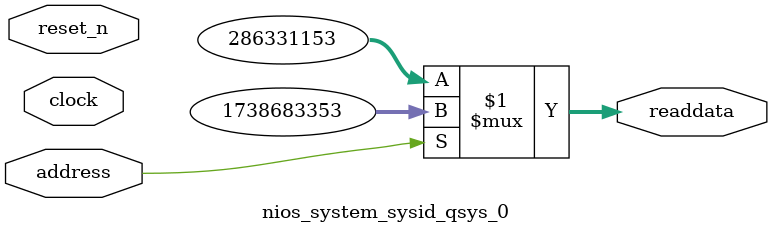
<source format=v>



// synthesis translate_off
`timescale 1ns / 1ps
// synthesis translate_on

// turn off superfluous verilog processor warnings 
// altera message_level Level1 
// altera message_off 10034 10035 10036 10037 10230 10240 10030 

module nios_system_sysid_qsys_0 (
               // inputs:
                address,
                clock,
                reset_n,

               // outputs:
                readdata
             )
;

  output  [ 31: 0] readdata;
  input            address;
  input            clock;
  input            reset_n;

  wire    [ 31: 0] readdata;
  //control_slave, which is an e_avalon_slave
  assign readdata = address ? 1738683353 : 286331153;

endmodule



</source>
